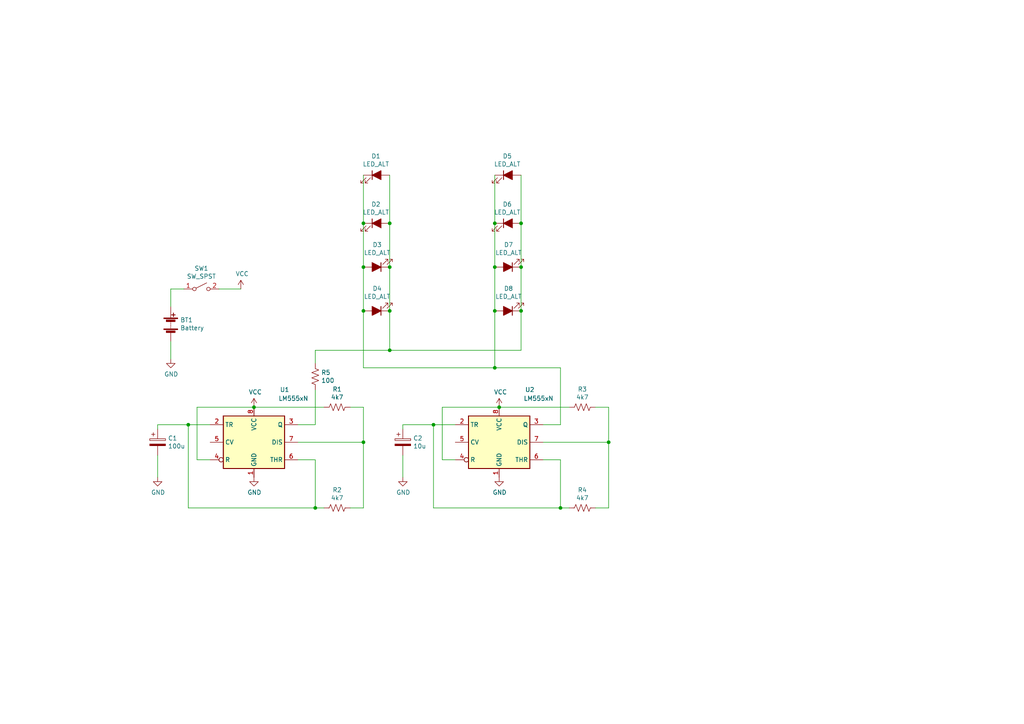
<source format=kicad_sch>
(kicad_sch (version 20211123) (generator eeschema)
  (paper "A4")
  (lib_symbols
    (symbol "Device:Battery" (pin_numbers hide) (pin_names (offset 0) hide)
      (property "Reference" "BT" (at 2.54 2.54 0))
      (property "Value" "Battery" (at 2.54 0 0))
      (symbol "Battery_0_1"
        (rectangle (start -2.032 -1.397) (end 2.032 -1.651) (fill (type outline)))
        (rectangle (start -2.032 1.778) (end 2.032 1.524) (fill (type outline)))
        (rectangle (start -1.3208 -1.9812) (end 1.27 -2.4892) (fill (type outline)))
        (rectangle (start -1.3208 1.1938) (end 1.27 0.6858) (fill (type outline)))
        (polyline (pts (xy 0 -1.524) (xy 0 -1.27)))
        (polyline (pts (xy 0 -1.016) (xy 0 -0.762)))
        (polyline (pts (xy 0 -0.508) (xy 0 -0.254)))
        (polyline (pts (xy 0 0) (xy 0 0.254)))
        (polyline (pts (xy 0 0.508) (xy 0 0.762)))
        (polyline (pts (xy 0 1.778) (xy 0 2.54)))
        (polyline (pts (xy 0.254 2.667) (xy 1.27 2.667)) (stroke (width 0.254)))
        (polyline (pts (xy 0.762 3.175) (xy 0.762 2.159)) (stroke (width 0.254)))
      )
      (symbol "Battery_1_1"
        (pin passive line (at 0 5.08 270) (length 2.54) (name "+") (number "1"))
        (pin passive line (at 0 -5.08 90) (length 2.54) (name "-") (number "2"))
      )
    )
    (symbol "Device:R_US" (pin_numbers hide) (pin_names (offset 0))
      (property "Reference" "R" (at 2.54 0 90))
      (property "Value" "R_US" (at -2.54 0 90))
      (symbol "R_US_0_1"
        (polyline (pts (xy 0 -2.286) (xy 0 -2.54)))
        (polyline (pts (xy 0 2.286) (xy 0 2.54)))
        (polyline (pts (xy 0 -0.762) (xy 1.016 -1.143) (xy 0 -1.524) (xy -1.016 -1.905) (xy 0 -2.286)))
        (polyline (pts (xy 0 0.762) (xy 1.016 0.381) (xy 0 0) (xy -1.016 -0.381) (xy 0 -0.762)))
        (polyline (pts (xy 0 2.286) (xy 1.016 1.905) (xy 0 1.524) (xy -1.016 1.143) (xy 0 0.762)))
      )
      (symbol "R_US_1_1"
        (pin passive line (at 0 3.81 270) (length 1.27) (name "~") (number "1"))
        (pin passive line (at 0 -3.81 90) (length 1.27) (name "~") (number "2"))
      )
    )
    (symbol "Switch:SW_SPST" (pin_names (offset 0) hide)
      (property "Reference" "SW" (at 0 3.175 0))
      (property "Value" "SW_SPST" (at 0 -2.54 0))
      (symbol "SW_SPST_0_0"
        (circle (center -2.032 0) (radius 0.508))
        (polyline (pts (xy -1.524 0.254) (xy 1.524 1.778)))
        (circle (center 2.032 0) (radius 0.508))
      )
      (symbol "SW_SPST_1_1"
        (pin passive line (at -5.08 0 0) (length 2.54) (name "A") (number "1"))
        (pin passive line (at 5.08 0 180) (length 2.54) (name "B") (number "2"))
      )
    )
    (symbol "Timer:LM555xN"
      (property "Reference" "U" (at -10.16 8.89 0))
      (property "Value" "LM555xN" (at 2.54 8.89 0))
      (symbol "LM555xN_0_0"
        (pin power_in line (at 0 -10.16 90) (length 2.54) (name "GND") (number "1"))
        (pin power_in line (at 0 10.16 270) (length 2.54) (name "VCC") (number "8"))
      )
      (symbol "LM555xN_0_1"
        (rectangle (start -8.89 -7.62) (end 8.89 7.62) (stroke (width 0.254)) (fill (type background)))
        (rectangle (start -8.89 -7.62) (end 8.89 7.62) (stroke (width 0.254)) (fill (type background)))
      )
      (symbol "LM555xN_1_1"
        (pin input line (at -12.7 5.08 0) (length 3.81) (name "TR") (number "2"))
        (pin output line (at 12.7 5.08 180) (length 3.81) (name "Q") (number "3"))
        (pin input inverted (at -12.7 -5.08 0) (length 3.81) (name "R") (number "4"))
        (pin input line (at -12.7 0 0) (length 3.81) (name "CV") (number "5"))
        (pin input line (at 12.7 -5.08 180) (length 3.81) (name "THR") (number "6"))
        (pin input line (at 12.7 0 180) (length 3.81) (name "DIS") (number "7"))
      )
    )
    (symbol "led_stick-rescue:CP-Device" (pin_numbers hide) (pin_names (offset 0.254))
      (property "Reference" "C" (at 0.635 2.54 0))
      (property "Value" "CP-Device" (at 0.635 -2.54 0))
      (symbol "CP-Device_0_1"
        (rectangle (start -2.286 0.508) (end 2.286 1.016))
        (polyline (pts (xy -1.778 2.286) (xy -0.762 2.286)))
        (polyline (pts (xy -1.27 2.794) (xy -1.27 1.778)))
        (rectangle (start 2.286 -0.508) (end -2.286 -1.016) (fill (type outline)))
      )
      (symbol "CP-Device_1_1"
        (pin passive line (at 0 3.81 270) (length 2.794) (name "~") (number "1"))
        (pin passive line (at 0 -3.81 90) (length 2.794) (name "~") (number "2"))
      )
    )
    (symbol "led_stick-rescue:LED_ALT-Device" (pin_numbers hide) (pin_names (offset 1.016) hide)
      (property "Reference" "D" (at 0 2.54 0))
      (property "Value" "LED_ALT-Device" (at 0 -2.54 0))
      (symbol "LED_ALT-Device_0_1"
        (polyline (pts (xy -1.27 -1.27) (xy -1.27 1.27)) (stroke (width 0.254)))
        (polyline (pts (xy -1.27 0) (xy 1.27 0)))
        (polyline (pts (xy 1.27 -1.27) (xy 1.27 1.27) (xy -1.27 0) (xy 1.27 -1.27)) (stroke (width 0.254)) (fill (type outline)))
        (polyline (pts (xy -3.048 -0.762) (xy -4.572 -2.286) (xy -3.81 -2.286) (xy -4.572 -2.286) (xy -4.572 -1.524)))
        (polyline (pts (xy -1.778 -0.762) (xy -3.302 -2.286) (xy -2.54 -2.286) (xy -3.302 -2.286) (xy -3.302 -1.524)))
      )
      (symbol "LED_ALT-Device_1_1"
        (pin passive line (at -3.81 0 0) (length 2.54) (name "K") (number "1"))
        (pin passive line (at 3.81 0 180) (length 2.54) (name "A") (number "2"))
      )
    )
    (symbol "power:GND" (power) (pin_names (offset 0))
      (property "Value" "GND" (at 0 -3.81 0))
      (symbol "GND_0_1"
        (polyline (pts (xy 0 0) (xy 0 -1.27) (xy 1.27 -1.27) (xy 0 -2.54) (xy -1.27 -1.27) (xy 0 -1.27)))
      )
      (symbol "GND_1_1"
        (pin power_in line (at 0 0 270) (length 0) hide (name "GND") (number "1"))
      )
    )
    (symbol "power:VCC" (power) (pin_names (offset 0))
      (property "Value" "VCC" (at 0 3.81 0))
      (symbol "VCC_0_1"
        (polyline (pts (xy -0.762 1.27) (xy 0 2.54)))
        (polyline (pts (xy 0 0) (xy 0 2.54)))
        (polyline (pts (xy 0 2.54) (xy 0.762 1.27)))
      )
      (symbol "VCC_1_1"
        (pin power_in line (at 0 0 90) (length 0) hide (name "VCC") (number "1"))
      )
    )
  )
  (junction (at 151.13 77.47))
  (junction (at 143.51 106.68))
  (junction (at 113.03 101.6))
  (junction (at 143.51 64.77))
  (junction (at 105.41 64.77))
  (junction (at 54.61 123.19))
  (junction (at 113.03 64.77))
  (junction (at 113.03 90.17))
  (junction (at 143.51 77.47))
  (junction (at 125.73 123.19))
  (junction (at 176.53 128.27))
  (junction (at 105.41 128.27))
  (junction (at 113.03 77.47))
  (junction (at 105.41 90.17))
  (junction (at 151.13 64.77))
  (junction (at 143.51 90.17))
  (junction (at 105.41 77.47))
  (junction (at 91.44 147.32))
  (junction (at 162.56 147.32))
  (junction (at 73.66 118.11))
  (junction (at 151.13 90.17))
  (junction (at 144.78 118.11))
  (wire (pts (xy 113.03 50.8) (xy 113.03 64.77)))
  (wire (pts (xy 128.27 118.11) (xy 144.78 118.11)))
  (wire (pts (xy 105.41 50.8) (xy 105.41 64.77)))
  (wire (pts (xy 151.13 50.8) (xy 151.13 64.77)))
  (wire (pts (xy 53.34 83.82) (xy 49.53 83.82)))
  (wire (pts (xy 128.27 133.35) (xy 128.27 118.11)))
  (wire (pts (xy 91.44 101.6) (xy 113.03 101.6)))
  (wire (pts (xy 125.73 123.19) (xy 116.84 123.19)))
  (wire (pts (xy 54.61 123.19) (xy 45.72 123.19)))
  (wire (pts (xy 125.73 123.19) (xy 125.73 147.32)))
  (wire (pts (xy 132.08 123.19) (xy 125.73 123.19)))
  (wire (pts (xy 165.1 147.32) (xy 162.56 147.32)))
  (wire (pts (xy 176.53 128.27) (xy 157.48 128.27)))
  (wire (pts (xy 93.98 147.32) (xy 91.44 147.32)))
  (wire (pts (xy 176.53 147.32) (xy 172.72 147.32)))
  (wire (pts (xy 91.44 123.19) (xy 91.44 113.03)))
  (wire (pts (xy 57.15 118.11) (xy 73.66 118.11)))
  (wire (pts (xy 151.13 77.47) (xy 151.13 90.17)))
  (wire (pts (xy 143.51 64.77) (xy 143.51 77.47)))
  (wire (pts (xy 162.56 106.68) (xy 143.51 106.68)))
  (wire (pts (xy 113.03 90.17) (xy 113.03 101.6)))
  (wire (pts (xy 105.41 128.27) (xy 105.41 147.32)))
  (wire (pts (xy 49.53 83.82) (xy 49.53 88.9)))
  (wire (pts (xy 162.56 123.19) (xy 162.56 106.68)))
  (wire (pts (xy 45.72 138.43) (xy 45.72 132.08)))
  (wire (pts (xy 176.53 128.27) (xy 176.53 147.32)))
  (wire (pts (xy 73.66 118.11) (xy 93.98 118.11)))
  (wire (pts (xy 54.61 123.19) (xy 54.61 147.32)))
  (wire (pts (xy 49.53 104.14) (xy 49.53 99.06)))
  (wire (pts (xy 176.53 128.27) (xy 176.53 118.11)))
  (wire (pts (xy 105.41 128.27) (xy 86.36 128.27)))
  (wire (pts (xy 54.61 147.32) (xy 91.44 147.32)))
  (wire (pts (xy 105.41 147.32) (xy 101.6 147.32)))
  (wire (pts (xy 144.78 118.11) (xy 165.1 118.11)))
  (wire (pts (xy 116.84 138.43) (xy 116.84 132.08)))
  (wire (pts (xy 162.56 147.32) (xy 162.56 133.35)))
  (wire (pts (xy 60.96 123.19) (xy 54.61 123.19)))
  (wire (pts (xy 91.44 147.32) (xy 91.44 133.35)))
  (wire (pts (xy 91.44 105.41) (xy 91.44 101.6)))
  (wire (pts (xy 151.13 90.17) (xy 151.13 101.6)))
  (wire (pts (xy 132.08 133.35) (xy 128.27 133.35)))
  (wire (pts (xy 143.51 50.8) (xy 143.51 64.77)))
  (wire (pts (xy 86.36 123.19) (xy 91.44 123.19)))
  (wire (pts (xy 105.41 64.77) (xy 105.41 77.47)))
  (wire (pts (xy 105.41 118.11) (xy 101.6 118.11)))
  (wire (pts (xy 143.51 77.47) (xy 143.51 90.17)))
  (wire (pts (xy 105.41 77.47) (xy 105.41 90.17)))
  (wire (pts (xy 105.41 128.27) (xy 105.41 118.11)))
  (wire (pts (xy 116.84 123.19) (xy 116.84 124.46)))
  (wire (pts (xy 125.73 147.32) (xy 162.56 147.32)))
  (wire (pts (xy 113.03 77.47) (xy 113.03 90.17)))
  (wire (pts (xy 143.51 106.68) (xy 105.41 106.68)))
  (wire (pts (xy 143.51 90.17) (xy 143.51 106.68)))
  (wire (pts (xy 60.96 133.35) (xy 57.15 133.35)))
  (wire (pts (xy 151.13 64.77) (xy 151.13 77.47)))
  (wire (pts (xy 45.72 123.19) (xy 45.72 124.46)))
  (wire (pts (xy 63.5 83.82) (xy 69.85 83.82)))
  (wire (pts (xy 162.56 133.35) (xy 157.48 133.35)))
  (wire (pts (xy 105.41 90.17) (xy 105.41 106.68)))
  (wire (pts (xy 176.53 118.11) (xy 172.72 118.11)))
  (wire (pts (xy 113.03 101.6) (xy 151.13 101.6)))
  (wire (pts (xy 57.15 133.35) (xy 57.15 118.11)))
  (wire (pts (xy 91.44 133.35) (xy 86.36 133.35)))
  (wire (pts (xy 113.03 64.77) (xy 113.03 77.47)))
  (wire (pts (xy 157.48 123.19) (xy 162.56 123.19)))
  (symbol (lib_id "led_stick-rescue:LED_ALT-Device") (at 109.22 50.8 0) (unit 1)
    (property "Reference" "D1" (at 109.0422 45.2882 0))
    (property "Value" "LED_ALT" (at 109.0422 47.5996 0))
    (property "Footprint" "LED_THT:LED_D8.0mm" (effects hide))
  )
  (symbol (lib_id "led_stick-rescue:LED_ALT-Device") (at 109.22 64.77 0) (unit 1)
    (property "Reference" "D2" (at 109.0422 59.2582 0))
    (property "Value" "LED_ALT" (at 109.0422 61.5696 0))
    (property "Footprint" "LED_THT:LED_D8.0mm" (effects hide))
  )
  (symbol (lib_id "led_stick-rescue:LED_ALT-Device") (at 109.22 77.47 180) (unit 1)
    (property "Reference" "D3" (at 109.3978 70.993 0))
    (property "Value" "LED_ALT" (at 109.3978 73.3044 0))
    (property "Footprint" "LED_THT:LED_D8.0mm" (effects hide))
  )
  (symbol (lib_id "led_stick-rescue:LED_ALT-Device") (at 109.22 90.17 180) (unit 1)
    (property "Reference" "D4" (at 109.3978 83.693 0))
    (property "Value" "LED_ALT" (at 109.3978 86.0044 0))
    (property "Footprint" "LED_THT:LED_D8.0mm" (effects hide))
  )
  (symbol (lib_id "led_stick-rescue:LED_ALT-Device") (at 147.32 50.8 0) (unit 1)
    (property "Reference" "D5" (at 147.1422 45.2882 0))
    (property "Value" "LED_ALT" (at 147.1422 47.5996 0))
    (property "Footprint" "LED_THT:LED_D8.0mm" (effects hide))
  )
  (symbol (lib_id "led_stick-rescue:LED_ALT-Device") (at 147.32 64.77 0) (unit 1)
    (property "Reference" "D6" (at 147.1422 59.2582 0))
    (property "Value" "LED_ALT" (at 147.1422 61.5696 0))
    (property "Footprint" "LED_THT:LED_D8.0mm" (effects hide))
  )
  (symbol (lib_id "led_stick-rescue:LED_ALT-Device") (at 147.32 77.47 180) (unit 1)
    (property "Reference" "D7" (at 147.4978 70.993 0))
    (property "Value" "LED_ALT" (at 147.4978 73.3044 0))
    (property "Footprint" "LED_THT:LED_D8.0mm" (effects hide))
  )
  (symbol (lib_id "led_stick-rescue:LED_ALT-Device") (at 147.32 90.17 180) (unit 1)
    (property "Reference" "D8" (at 147.4978 83.693 0))
    (property "Value" "LED_ALT" (at 147.4978 86.0044 0))
    (property "Footprint" "LED_THT:LED_D8.0mm" (effects hide))
  )
  (symbol (lib_id "Timer:LM555xN") (at 73.66 128.27 0) (unit 1)
    (property "Reference" "U1" (at 82.55 113.03 0))
    (property "Value" "LM555xN" (at 85.09 115.57 0))
    (property "Footprint" "Package_DIP:DIP-8_W7.62mm" (effects hide))
    (property "Datasheet" "http://www.ti.com/lit/ds/symlink/lm555.pdf" (effects hide))
  )
  (symbol (lib_id "Device:R_US") (at 97.79 147.32 270) (unit 1)
    (property "Reference" "R2" (at 97.79 142.113 90))
    (property "Value" "4k7" (at 97.79 144.4244 90))
    (property "Footprint" "Resistor_THT:R_Axial_DIN0309_L9.0mm_D3.2mm_P15.24mm_Horizontal" (effects hide))
  )
  (symbol (lib_id "Device:R_US") (at 97.79 118.11 270) (unit 1)
    (property "Reference" "R1" (at 97.79 112.903 90))
    (property "Value" "4k7" (at 97.79 115.2144 90))
    (property "Footprint" "Resistor_THT:R_Axial_DIN0309_L9.0mm_D3.2mm_P15.24mm_Horizontal" (effects hide))
  )
  (symbol (lib_id "power:GND") (at 73.66 138.43 0) (unit 1)
    (property "Reference" "#PWR0101" (effects hide))
    (property "Value" "GND" (at 73.787 142.8242 0))
  )
  (symbol (lib_id "led_stick-rescue:CP-Device") (at 45.72 128.27 0) (unit 1)
    (property "Reference" "C1" (at 48.7172 127.1016 0) (effects (justify left)))
    (property "Value" "100u" (at 48.7172 129.413 0) (effects (justify left)))
    (property "Footprint" "Capacitor_THT:CP_Radial_D5.0mm_P2.00mm" (effects hide))
  )
  (symbol (lib_id "power:GND") (at 45.72 138.43 0) (unit 1)
    (property "Reference" "#PWR0102" (effects hide))
    (property "Value" "GND" (at 45.847 142.8242 0))
  )
  (symbol (lib_id "power:VCC") (at 73.66 118.11 0) (unit 1)
    (property "Reference" "#PWR0103" (effects hide))
    (property "Value" "VCC" (at 74.041 113.7158 0))
  )
  (symbol (lib_id "Timer:LM555xN") (at 144.78 128.27 0) (unit 1)
    (property "Reference" "U2" (at 153.67 113.03 0))
    (property "Value" "LM555xN" (at 156.21 115.57 0))
    (property "Footprint" "Package_DIP:DIP-8_W7.62mm" (effects hide))
    (property "Datasheet" "http://www.ti.com/lit/ds/symlink/lm555.pdf" (effects hide))
  )
  (symbol (lib_id "Device:R_US") (at 168.91 147.32 270) (unit 1)
    (property "Reference" "R4" (at 168.91 142.113 90))
    (property "Value" "4k7" (at 168.91 144.4244 90))
    (property "Footprint" "Resistor_THT:R_Axial_DIN0309_L9.0mm_D3.2mm_P15.24mm_Horizontal" (effects hide))
  )
  (symbol (lib_id "Device:R_US") (at 168.91 118.11 270) (unit 1)
    (property "Reference" "R3" (at 168.91 112.903 90))
    (property "Value" "4k7" (at 168.91 115.2144 90))
    (property "Footprint" "Resistor_THT:R_Axial_DIN0309_L9.0mm_D3.2mm_P15.24mm_Horizontal" (effects hide))
  )
  (symbol (lib_id "power:GND") (at 144.78 138.43 0) (unit 1)
    (property "Reference" "#PWR0104" (effects hide))
    (property "Value" "GND" (at 144.907 142.8242 0))
  )
  (symbol (lib_id "led_stick-rescue:CP-Device") (at 116.84 128.27 0) (unit 1)
    (property "Reference" "C2" (at 119.8372 127.1016 0) (effects (justify left)))
    (property "Value" "10u" (at 119.8372 129.413 0) (effects (justify left)))
    (property "Footprint" "Capacitor_THT:CP_Radial_D5.0mm_P2.00mm" (effects hide))
  )
  (symbol (lib_id "power:GND") (at 116.84 138.43 0) (unit 1)
    (property "Reference" "#PWR0105" (effects hide))
    (property "Value" "GND" (at 116.967 142.8242 0))
  )
  (symbol (lib_id "power:VCC") (at 144.78 118.11 0) (unit 1)
    (property "Reference" "#PWR0106" (effects hide))
    (property "Value" "VCC" (at 145.161 113.7158 0))
  )
  (symbol (lib_id "Switch:SW_SPST") (at 58.42 83.82 0) (unit 1)
    (property "Reference" "SW1" (at 58.42 77.851 0))
    (property "Value" "SW_SPST" (at 58.42 80.1624 0))
    (property "Footprint" "Button_Switch_THT:SW_E-Switch_EG1224_SPDT_Angled" (effects hide))
  )
  (symbol (lib_id "Device:Battery") (at 49.53 93.98 0) (unit 1)
    (property "Reference" "BT1" (at 52.2732 92.8116 0) (effects (justify left)))
    (property "Value" "Battery" (at 52.2732 95.123 0) (effects (justify left)))
    (property "Footprint" "Connector_Phoenix_MC:PhoenixContact_MCV_1,5_2-G-3.5_1x02_P3.50mm_Vertical" (effects hide))
  )
  (symbol (lib_id "power:VCC") (at 69.85 83.82 0) (unit 1)
    (property "Reference" "#PWR0107" (effects hide))
    (property "Value" "VCC" (at 70.231 79.4258 0))
  )
  (symbol (lib_id "power:GND") (at 49.53 104.14 0) (unit 1)
    (property "Reference" "#PWR0108" (effects hide))
    (property "Value" "GND" (at 49.657 108.5342 0))
  )
  (symbol (lib_id "Device:R_US") (at 91.44 109.22 180) (unit 1)
    (property "Reference" "R5" (at 93.1672 108.0516 0) (effects (justify right)))
    (property "Value" "100" (at 93.1672 110.363 0) (effects (justify right)))
    (property "Footprint" "Resistor_THT:R_Axial_DIN0309_L9.0mm_D3.2mm_P15.24mm_Horizontal" (effects hide))
  )
)
</source>
